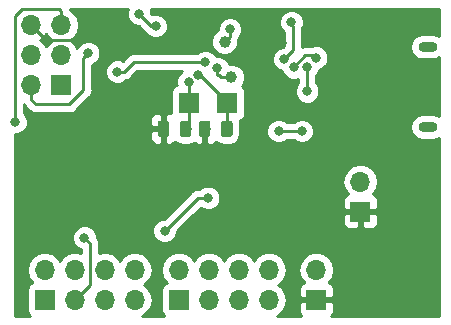
<source format=gbr>
G04 #@! TF.GenerationSoftware,KiCad,Pcbnew,5.0.0+dfsg1-2*
G04 #@! TF.CreationDate,2018-12-16T11:08:53+01:00*
G04 #@! TF.ProjectId,xmegatest,786D656761746573742E6B696361645F,rev?*
G04 #@! TF.SameCoordinates,Original*
G04 #@! TF.FileFunction,Copper,L2,Bot,Signal*
G04 #@! TF.FilePolarity,Positive*
%FSLAX46Y46*%
G04 Gerber Fmt 4.6, Leading zero omitted, Abs format (unit mm)*
G04 Created by KiCad (PCBNEW 5.0.0+dfsg1-2) date Sun Dec 16 11:08:53 2018*
%MOMM*%
%LPD*%
G01*
G04 APERTURE LIST*
G04 #@! TA.AperFunction,ComponentPad*
%ADD10O,1.600000X0.900000*%
G04 #@! TD*
G04 #@! TA.AperFunction,ComponentPad*
%ADD11O,1.700000X1.700000*%
G04 #@! TD*
G04 #@! TA.AperFunction,ComponentPad*
%ADD12R,1.700000X1.700000*%
G04 #@! TD*
G04 #@! TA.AperFunction,BGAPad,CuDef*
%ADD13C,1.000000*%
G04 #@! TD*
G04 #@! TA.AperFunction,Conductor*
%ADD14C,0.100000*%
G04 #@! TD*
G04 #@! TA.AperFunction,SMDPad,CuDef*
%ADD15C,0.975000*%
G04 #@! TD*
G04 #@! TA.AperFunction,SMDPad,CuDef*
%ADD16R,1.750000X1.800000*%
G04 #@! TD*
G04 #@! TA.AperFunction,ViaPad*
%ADD17C,0.800000*%
G04 #@! TD*
G04 #@! TA.AperFunction,Conductor*
%ADD18C,0.250000*%
G04 #@! TD*
G04 #@! TA.AperFunction,Conductor*
%ADD19C,0.254000*%
G04 #@! TD*
G04 APERTURE END LIST*
D10*
G04 #@! TO.P,J2,6*
G04 #@! TO.N,Net-(J2-Pad6)*
X191546000Y-129315000D03*
X191546000Y-136115000D03*
G04 #@! TD*
D11*
G04 #@! TO.P,J5,8*
G04 #@! TO.N,Net-(J5-Pad8)*
X166751000Y-148209000D03*
G04 #@! TO.P,J5,7*
G04 #@! TO.N,Net-(J5-Pad7)*
X166751000Y-150749000D03*
G04 #@! TO.P,J5,6*
G04 #@! TO.N,Net-(J5-Pad6)*
X164211000Y-148209000D03*
G04 #@! TO.P,J5,5*
G04 #@! TO.N,Net-(J5-Pad5)*
X164211000Y-150749000D03*
G04 #@! TO.P,J5,4*
G04 #@! TO.N,Net-(J5-Pad4)*
X161671000Y-148209000D03*
G04 #@! TO.P,J5,3*
G04 #@! TO.N,Net-(J5-Pad2)*
X161671000Y-150749000D03*
G04 #@! TO.P,J5,2*
G04 #@! TO.N,Net-(J5-Pad3)*
X159131000Y-148209000D03*
D12*
G04 #@! TO.P,J5,1*
G04 #@! TO.N,Net-(J5-Pad1)*
X159131000Y-150749000D03*
G04 #@! TD*
D13*
G04 #@! TO.P,REF\002A\002A,1*
G04 #@! TO.N,Net-(U2-Pad33)*
X174371000Y-128905000D03*
G04 #@! TD*
G04 #@! TO.P,REF\002A\002A,1*
G04 #@! TO.N,Net-(U2-Pad32)*
X174942500Y-131889500D03*
G04 #@! TD*
D12*
G04 #@! TO.P,J1,1*
G04 #@! TO.N,/PDI_DATA*
X160528000Y-132588000D03*
D11*
G04 #@! TO.P,J1,2*
G04 #@! TO.N,+3V3*
X157988000Y-132588000D03*
G04 #@! TO.P,J1,3*
G04 #@! TO.N,Net-(J1-Pad3)*
X160528000Y-130048000D03*
G04 #@! TO.P,J1,4*
G04 #@! TO.N,Net-(J1-Pad4)*
X157988000Y-130048000D03*
G04 #@! TO.P,J1,5*
G04 #@! TO.N,/RESET*
X160528000Y-127508000D03*
G04 #@! TO.P,J1,6*
G04 #@! TO.N,GND*
X157988000Y-127508000D03*
G04 #@! TD*
G04 #@! TO.P,J7,8*
G04 #@! TO.N,Net-(J7-Pad8)*
X178117500Y-148209000D03*
G04 #@! TO.P,J7,7*
G04 #@! TO.N,Net-(J7-Pad7)*
X178117500Y-150749000D03*
G04 #@! TO.P,J7,6*
G04 #@! TO.N,Net-(J7-Pad6)*
X175577500Y-148209000D03*
G04 #@! TO.P,J7,5*
G04 #@! TO.N,Net-(J7-Pad5)*
X175577500Y-150749000D03*
G04 #@! TO.P,J7,4*
G04 #@! TO.N,Net-(J7-Pad4)*
X173037500Y-148209000D03*
G04 #@! TO.P,J7,3*
G04 #@! TO.N,Net-(J7-Pad3)*
X173037500Y-150749000D03*
G04 #@! TO.P,J7,2*
G04 #@! TO.N,Net-(J7-Pad2)*
X170497500Y-148209000D03*
D12*
G04 #@! TO.P,J7,1*
G04 #@! TO.N,Net-(J7-Pad1)*
X170497500Y-150749000D03*
G04 #@! TD*
D11*
G04 #@! TO.P,JP1,2*
G04 #@! TO.N,+3V3*
X182118000Y-148209000D03*
D12*
G04 #@! TO.P,JP1,1*
G04 #@! TO.N,GND*
X182118000Y-150749000D03*
G04 #@! TD*
D14*
G04 #@! TO.N,GND*
G04 #@! TO.C,C3*
G36*
X172939142Y-135572174D02*
X172962803Y-135575684D01*
X172986007Y-135581496D01*
X173008529Y-135589554D01*
X173030153Y-135599782D01*
X173050670Y-135612079D01*
X173069883Y-135626329D01*
X173087607Y-135642393D01*
X173103671Y-135660117D01*
X173117921Y-135679330D01*
X173130218Y-135699847D01*
X173140446Y-135721471D01*
X173148504Y-135743993D01*
X173154316Y-135767197D01*
X173157826Y-135790858D01*
X173159000Y-135814750D01*
X173159000Y-136727250D01*
X173157826Y-136751142D01*
X173154316Y-136774803D01*
X173148504Y-136798007D01*
X173140446Y-136820529D01*
X173130218Y-136842153D01*
X173117921Y-136862670D01*
X173103671Y-136881883D01*
X173087607Y-136899607D01*
X173069883Y-136915671D01*
X173050670Y-136929921D01*
X173030153Y-136942218D01*
X173008529Y-136952446D01*
X172986007Y-136960504D01*
X172962803Y-136966316D01*
X172939142Y-136969826D01*
X172915250Y-136971000D01*
X172427750Y-136971000D01*
X172403858Y-136969826D01*
X172380197Y-136966316D01*
X172356993Y-136960504D01*
X172334471Y-136952446D01*
X172312847Y-136942218D01*
X172292330Y-136929921D01*
X172273117Y-136915671D01*
X172255393Y-136899607D01*
X172239329Y-136881883D01*
X172225079Y-136862670D01*
X172212782Y-136842153D01*
X172202554Y-136820529D01*
X172194496Y-136798007D01*
X172188684Y-136774803D01*
X172185174Y-136751142D01*
X172184000Y-136727250D01*
X172184000Y-135814750D01*
X172185174Y-135790858D01*
X172188684Y-135767197D01*
X172194496Y-135743993D01*
X172202554Y-135721471D01*
X172212782Y-135699847D01*
X172225079Y-135679330D01*
X172239329Y-135660117D01*
X172255393Y-135642393D01*
X172273117Y-135626329D01*
X172292330Y-135612079D01*
X172312847Y-135599782D01*
X172334471Y-135589554D01*
X172356993Y-135581496D01*
X172380197Y-135575684D01*
X172403858Y-135572174D01*
X172427750Y-135571000D01*
X172915250Y-135571000D01*
X172939142Y-135572174D01*
X172939142Y-135572174D01*
G37*
D15*
G04 #@! TD*
G04 #@! TO.P,C3,2*
G04 #@! TO.N,GND*
X172671500Y-136271000D03*
D14*
G04 #@! TO.N,/XTAL2*
G04 #@! TO.C,C3*
G36*
X174814142Y-135572174D02*
X174837803Y-135575684D01*
X174861007Y-135581496D01*
X174883529Y-135589554D01*
X174905153Y-135599782D01*
X174925670Y-135612079D01*
X174944883Y-135626329D01*
X174962607Y-135642393D01*
X174978671Y-135660117D01*
X174992921Y-135679330D01*
X175005218Y-135699847D01*
X175015446Y-135721471D01*
X175023504Y-135743993D01*
X175029316Y-135767197D01*
X175032826Y-135790858D01*
X175034000Y-135814750D01*
X175034000Y-136727250D01*
X175032826Y-136751142D01*
X175029316Y-136774803D01*
X175023504Y-136798007D01*
X175015446Y-136820529D01*
X175005218Y-136842153D01*
X174992921Y-136862670D01*
X174978671Y-136881883D01*
X174962607Y-136899607D01*
X174944883Y-136915671D01*
X174925670Y-136929921D01*
X174905153Y-136942218D01*
X174883529Y-136952446D01*
X174861007Y-136960504D01*
X174837803Y-136966316D01*
X174814142Y-136969826D01*
X174790250Y-136971000D01*
X174302750Y-136971000D01*
X174278858Y-136969826D01*
X174255197Y-136966316D01*
X174231993Y-136960504D01*
X174209471Y-136952446D01*
X174187847Y-136942218D01*
X174167330Y-136929921D01*
X174148117Y-136915671D01*
X174130393Y-136899607D01*
X174114329Y-136881883D01*
X174100079Y-136862670D01*
X174087782Y-136842153D01*
X174077554Y-136820529D01*
X174069496Y-136798007D01*
X174063684Y-136774803D01*
X174060174Y-136751142D01*
X174059000Y-136727250D01*
X174059000Y-135814750D01*
X174060174Y-135790858D01*
X174063684Y-135767197D01*
X174069496Y-135743993D01*
X174077554Y-135721471D01*
X174087782Y-135699847D01*
X174100079Y-135679330D01*
X174114329Y-135660117D01*
X174130393Y-135642393D01*
X174148117Y-135626329D01*
X174167330Y-135612079D01*
X174187847Y-135599782D01*
X174209471Y-135589554D01*
X174231993Y-135581496D01*
X174255197Y-135575684D01*
X174278858Y-135572174D01*
X174302750Y-135571000D01*
X174790250Y-135571000D01*
X174814142Y-135572174D01*
X174814142Y-135572174D01*
G37*
D15*
G04 #@! TD*
G04 #@! TO.P,C3,1*
G04 #@! TO.N,/XTAL2*
X174546500Y-136271000D03*
D14*
G04 #@! TO.N,/XTAL1*
G04 #@! TO.C,C1*
G36*
X171321642Y-135572174D02*
X171345303Y-135575684D01*
X171368507Y-135581496D01*
X171391029Y-135589554D01*
X171412653Y-135599782D01*
X171433170Y-135612079D01*
X171452383Y-135626329D01*
X171470107Y-135642393D01*
X171486171Y-135660117D01*
X171500421Y-135679330D01*
X171512718Y-135699847D01*
X171522946Y-135721471D01*
X171531004Y-135743993D01*
X171536816Y-135767197D01*
X171540326Y-135790858D01*
X171541500Y-135814750D01*
X171541500Y-136727250D01*
X171540326Y-136751142D01*
X171536816Y-136774803D01*
X171531004Y-136798007D01*
X171522946Y-136820529D01*
X171512718Y-136842153D01*
X171500421Y-136862670D01*
X171486171Y-136881883D01*
X171470107Y-136899607D01*
X171452383Y-136915671D01*
X171433170Y-136929921D01*
X171412653Y-136942218D01*
X171391029Y-136952446D01*
X171368507Y-136960504D01*
X171345303Y-136966316D01*
X171321642Y-136969826D01*
X171297750Y-136971000D01*
X170810250Y-136971000D01*
X170786358Y-136969826D01*
X170762697Y-136966316D01*
X170739493Y-136960504D01*
X170716971Y-136952446D01*
X170695347Y-136942218D01*
X170674830Y-136929921D01*
X170655617Y-136915671D01*
X170637893Y-136899607D01*
X170621829Y-136881883D01*
X170607579Y-136862670D01*
X170595282Y-136842153D01*
X170585054Y-136820529D01*
X170576996Y-136798007D01*
X170571184Y-136774803D01*
X170567674Y-136751142D01*
X170566500Y-136727250D01*
X170566500Y-135814750D01*
X170567674Y-135790858D01*
X170571184Y-135767197D01*
X170576996Y-135743993D01*
X170585054Y-135721471D01*
X170595282Y-135699847D01*
X170607579Y-135679330D01*
X170621829Y-135660117D01*
X170637893Y-135642393D01*
X170655617Y-135626329D01*
X170674830Y-135612079D01*
X170695347Y-135599782D01*
X170716971Y-135589554D01*
X170739493Y-135581496D01*
X170762697Y-135575684D01*
X170786358Y-135572174D01*
X170810250Y-135571000D01*
X171297750Y-135571000D01*
X171321642Y-135572174D01*
X171321642Y-135572174D01*
G37*
D15*
G04 #@! TD*
G04 #@! TO.P,C1,1*
G04 #@! TO.N,/XTAL1*
X171054000Y-136271000D03*
D14*
G04 #@! TO.N,GND*
G04 #@! TO.C,C1*
G36*
X169446642Y-135572174D02*
X169470303Y-135575684D01*
X169493507Y-135581496D01*
X169516029Y-135589554D01*
X169537653Y-135599782D01*
X169558170Y-135612079D01*
X169577383Y-135626329D01*
X169595107Y-135642393D01*
X169611171Y-135660117D01*
X169625421Y-135679330D01*
X169637718Y-135699847D01*
X169647946Y-135721471D01*
X169656004Y-135743993D01*
X169661816Y-135767197D01*
X169665326Y-135790858D01*
X169666500Y-135814750D01*
X169666500Y-136727250D01*
X169665326Y-136751142D01*
X169661816Y-136774803D01*
X169656004Y-136798007D01*
X169647946Y-136820529D01*
X169637718Y-136842153D01*
X169625421Y-136862670D01*
X169611171Y-136881883D01*
X169595107Y-136899607D01*
X169577383Y-136915671D01*
X169558170Y-136929921D01*
X169537653Y-136942218D01*
X169516029Y-136952446D01*
X169493507Y-136960504D01*
X169470303Y-136966316D01*
X169446642Y-136969826D01*
X169422750Y-136971000D01*
X168935250Y-136971000D01*
X168911358Y-136969826D01*
X168887697Y-136966316D01*
X168864493Y-136960504D01*
X168841971Y-136952446D01*
X168820347Y-136942218D01*
X168799830Y-136929921D01*
X168780617Y-136915671D01*
X168762893Y-136899607D01*
X168746829Y-136881883D01*
X168732579Y-136862670D01*
X168720282Y-136842153D01*
X168710054Y-136820529D01*
X168701996Y-136798007D01*
X168696184Y-136774803D01*
X168692674Y-136751142D01*
X168691500Y-136727250D01*
X168691500Y-135814750D01*
X168692674Y-135790858D01*
X168696184Y-135767197D01*
X168701996Y-135743993D01*
X168710054Y-135721471D01*
X168720282Y-135699847D01*
X168732579Y-135679330D01*
X168746829Y-135660117D01*
X168762893Y-135642393D01*
X168780617Y-135626329D01*
X168799830Y-135612079D01*
X168820347Y-135599782D01*
X168841971Y-135589554D01*
X168864493Y-135581496D01*
X168887697Y-135575684D01*
X168911358Y-135572174D01*
X168935250Y-135571000D01*
X169422750Y-135571000D01*
X169446642Y-135572174D01*
X169446642Y-135572174D01*
G37*
D15*
G04 #@! TD*
G04 #@! TO.P,C1,2*
G04 #@! TO.N,GND*
X169179000Y-136271000D03*
D16*
G04 #@! TO.P,Y1,1*
G04 #@! TO.N,/XTAL1*
X171340879Y-134049970D03*
G04 #@! TO.P,Y1,2*
G04 #@! TO.N,/XTAL2*
X174590879Y-134049970D03*
G04 #@! TD*
D11*
G04 #@! TO.P,REF\002A\002A,2*
G04 #@! TO.N,+5V*
X185845300Y-140738151D03*
D12*
G04 #@! TO.P,REF\002A\002A,1*
G04 #@! TO.N,GND*
X185845300Y-143278151D03*
G04 #@! TD*
D17*
G04 #@! TO.N,GND*
X186055000Y-130556000D03*
X166751000Y-141224000D03*
X179451000Y-143700500D03*
X188404500Y-143573500D03*
X161798000Y-139827000D03*
X169354500Y-128905000D03*
X179260500Y-128968500D03*
X191833500Y-126873000D03*
X183642000Y-133350000D03*
X191643000Y-138112500D03*
X188150500Y-151130000D03*
G04 #@! TO.N,+3V3*
X181356000Y-131000500D03*
X162814000Y-129857500D03*
X178943000Y-136461500D03*
X180911500Y-136461500D03*
X169291000Y-144907000D03*
X172974000Y-142113000D03*
X181356000Y-133096000D03*
G04 #@! TO.N,/RESET*
X156654500Y-135699500D03*
X168529000Y-127571500D03*
X167132000Y-126555500D03*
G04 #@! TO.N,Net-(U2-Pad28)*
X182118000Y-130238500D03*
X180213000Y-131064000D03*
G04 #@! TO.N,Net-(U2-Pad29)*
X180022500Y-127254000D03*
X179387500Y-130365500D03*
G04 #@! TO.N,Net-(U2-Pad32)*
X173736000Y-131127500D03*
G04 #@! TO.N,Net-(U2-Pad33)*
X174815500Y-127825500D03*
G04 #@! TO.N,/PDI_DATA*
X172720000Y-130619500D03*
X165290500Y-131430648D03*
G04 #@! TO.N,/XTAL2*
X172131738Y-131682327D03*
G04 #@! TO.N,/XTAL1*
X171323000Y-132270500D03*
G04 #@! TO.N,Net-(J5-Pad2)*
X162496500Y-145478500D03*
G04 #@! TD*
D18*
G04 #@! TO.N,GND*
X159352999Y-128778000D02*
X162846001Y-128778000D01*
X157893001Y-127413001D02*
X159258000Y-128778000D01*
G04 #@! TO.N,+3V3*
X158373419Y-134175500D02*
X157988000Y-133790081D01*
X161225502Y-134175500D02*
X158373419Y-134175500D01*
X157988000Y-133790081D02*
X157988000Y-132588000D01*
X162414001Y-132987001D02*
X161225502Y-134175500D01*
X162414001Y-130257499D02*
X162414001Y-132987001D01*
X162814000Y-129857500D02*
X162414001Y-130257499D01*
X178943000Y-136461500D02*
X180911500Y-136461500D01*
X169291000Y-144907000D02*
X172085000Y-142113000D01*
X172085000Y-142113000D02*
X172974000Y-142113000D01*
X181356000Y-133159500D02*
X181356000Y-130937000D01*
G04 #@! TO.N,/RESET*
X160528000Y-126305919D02*
X160528000Y-127508000D01*
X157226000Y-126111000D02*
X160333081Y-126111000D01*
X160333081Y-126111000D02*
X160528000Y-126305919D01*
X156654500Y-135699500D02*
X156654500Y-135382000D01*
X156591000Y-135318500D02*
X156591000Y-126746000D01*
X156654500Y-135382000D02*
X156591000Y-135318500D01*
X156591000Y-126746000D02*
X157226000Y-126111000D01*
X168529000Y-127571500D02*
X168148000Y-127571500D01*
X168148000Y-127571500D02*
X167317847Y-126741347D01*
G04 #@! TO.N,Net-(U2-Pad28)*
X180213000Y-131006998D02*
X180213000Y-131064000D01*
X181190997Y-130029001D02*
X180213000Y-131006998D01*
X182308500Y-130429000D02*
X181908501Y-130029001D01*
X181908501Y-130029001D02*
X181190997Y-130029001D01*
G04 #@! TO.N,Net-(U2-Pad29)*
X180168499Y-129584501D02*
X179387500Y-130365500D01*
X179768500Y-127127000D02*
X180168499Y-127526999D01*
X180168499Y-127526999D02*
X180168499Y-129584501D01*
G04 #@! TO.N,Net-(U2-Pad32)*
X173736000Y-131127500D02*
X173736000Y-131693185D01*
X174059315Y-131889500D02*
X174942500Y-131889500D01*
X173863000Y-131693185D02*
X174059315Y-131889500D01*
X173736000Y-131693185D02*
X173863000Y-131693185D01*
G04 #@! TO.N,Net-(U2-Pad33)*
X174815500Y-128460500D02*
X174371000Y-128905000D01*
X174815500Y-127825500D02*
X174815500Y-128460500D01*
G04 #@! TO.N,/PDI_DATA*
X172154315Y-130619500D02*
X172720000Y-130619500D01*
X166667333Y-130619500D02*
X172154315Y-130619500D01*
X165856185Y-131430648D02*
X166667333Y-130619500D01*
X165290500Y-131430648D02*
X165856185Y-131430648D01*
G04 #@! TO.N,/XTAL2*
X174590879Y-136226621D02*
X174546500Y-136271000D01*
X174590879Y-134049970D02*
X174590879Y-136226621D01*
X172248236Y-131682327D02*
X172131738Y-131682327D01*
X174590879Y-134024970D02*
X172248236Y-131682327D01*
X174590879Y-134049970D02*
X174590879Y-134024970D01*
G04 #@! TO.N,/XTAL1*
X171340879Y-135984121D02*
X171054000Y-136271000D01*
X171340879Y-134049970D02*
X171340879Y-135984121D01*
X171340879Y-132288379D02*
X171323000Y-132270500D01*
X171340879Y-134049970D02*
X171340879Y-132288379D01*
G04 #@! TO.N,Net-(J5-Pad2)*
X162496500Y-145478500D02*
X162941000Y-145923000D01*
X162941000Y-149479000D02*
X161671000Y-150749000D01*
X162941000Y-145923000D02*
X162941000Y-149479000D01*
G04 #@! TD*
D19*
G04 #@! TO.N,GND*
G36*
X166097000Y-126349626D02*
X166097000Y-126761374D01*
X166254569Y-127141780D01*
X166545720Y-127432931D01*
X166926126Y-127590500D01*
X167092199Y-127590500D01*
X167557671Y-128055973D01*
X167600071Y-128119429D01*
X167649312Y-128152331D01*
X167651569Y-128157780D01*
X167942720Y-128448931D01*
X168323126Y-128606500D01*
X168734874Y-128606500D01*
X169115280Y-128448931D01*
X169406431Y-128157780D01*
X169564000Y-127777374D01*
X169564000Y-127365626D01*
X169406431Y-126985220D01*
X169115280Y-126694069D01*
X168734874Y-126536500D01*
X168323126Y-126536500D01*
X168227437Y-126576136D01*
X168167000Y-126515699D01*
X168167000Y-126349626D01*
X168088869Y-126161000D01*
X192482000Y-126161000D01*
X192482000Y-128401635D01*
X192319346Y-128292953D01*
X192002861Y-128230000D01*
X191089139Y-128230000D01*
X190772654Y-128292953D01*
X190413759Y-128532759D01*
X190173953Y-128891654D01*
X190089744Y-129315000D01*
X190173953Y-129738346D01*
X190413759Y-130097241D01*
X190772654Y-130337047D01*
X191089139Y-130400000D01*
X192002861Y-130400000D01*
X192319346Y-130337047D01*
X192482000Y-130228365D01*
X192482000Y-135201635D01*
X192319346Y-135092953D01*
X192002861Y-135030000D01*
X191089139Y-135030000D01*
X190772654Y-135092953D01*
X190413759Y-135332759D01*
X190173953Y-135691654D01*
X190089744Y-136115000D01*
X190173953Y-136538346D01*
X190413759Y-136897241D01*
X190772654Y-137137047D01*
X191089139Y-137200000D01*
X192002861Y-137200000D01*
X192319346Y-137137047D01*
X192482000Y-137028365D01*
X192482001Y-152096000D01*
X183369025Y-152096000D01*
X183506327Y-151958699D01*
X183603000Y-151725310D01*
X183603000Y-151034750D01*
X183444250Y-150876000D01*
X182245000Y-150876000D01*
X182245000Y-150896000D01*
X181991000Y-150896000D01*
X181991000Y-150876000D01*
X180791750Y-150876000D01*
X180633000Y-151034750D01*
X180633000Y-151725310D01*
X180729673Y-151958699D01*
X180866975Y-152096000D01*
X178774501Y-152096000D01*
X179188125Y-151819625D01*
X179516339Y-151328418D01*
X179631592Y-150749000D01*
X179516339Y-150169582D01*
X179188125Y-149678375D01*
X178889739Y-149479000D01*
X179188125Y-149279625D01*
X179516339Y-148788418D01*
X179631592Y-148209000D01*
X180603908Y-148209000D01*
X180719161Y-148788418D01*
X181047375Y-149279625D01*
X181069033Y-149294096D01*
X180908302Y-149360673D01*
X180729673Y-149539301D01*
X180633000Y-149772690D01*
X180633000Y-150463250D01*
X180791750Y-150622000D01*
X181991000Y-150622000D01*
X181991000Y-150602000D01*
X182245000Y-150602000D01*
X182245000Y-150622000D01*
X183444250Y-150622000D01*
X183603000Y-150463250D01*
X183603000Y-149772690D01*
X183506327Y-149539301D01*
X183327698Y-149360673D01*
X183166967Y-149294096D01*
X183188625Y-149279625D01*
X183516839Y-148788418D01*
X183632092Y-148209000D01*
X183516839Y-147629582D01*
X183188625Y-147138375D01*
X182697418Y-146810161D01*
X182264256Y-146724000D01*
X181971744Y-146724000D01*
X181538582Y-146810161D01*
X181047375Y-147138375D01*
X180719161Y-147629582D01*
X180603908Y-148209000D01*
X179631592Y-148209000D01*
X179516339Y-147629582D01*
X179188125Y-147138375D01*
X178696918Y-146810161D01*
X178263756Y-146724000D01*
X177971244Y-146724000D01*
X177538082Y-146810161D01*
X177046875Y-147138375D01*
X176847500Y-147436761D01*
X176648125Y-147138375D01*
X176156918Y-146810161D01*
X175723756Y-146724000D01*
X175431244Y-146724000D01*
X174998082Y-146810161D01*
X174506875Y-147138375D01*
X174307500Y-147436761D01*
X174108125Y-147138375D01*
X173616918Y-146810161D01*
X173183756Y-146724000D01*
X172891244Y-146724000D01*
X172458082Y-146810161D01*
X171966875Y-147138375D01*
X171767500Y-147436761D01*
X171568125Y-147138375D01*
X171076918Y-146810161D01*
X170643756Y-146724000D01*
X170351244Y-146724000D01*
X169918082Y-146810161D01*
X169426875Y-147138375D01*
X169098661Y-147629582D01*
X168983408Y-148209000D01*
X169098661Y-148788418D01*
X169426875Y-149279625D01*
X169445119Y-149291816D01*
X169399735Y-149300843D01*
X169189691Y-149441191D01*
X169049343Y-149651235D01*
X169000060Y-149899000D01*
X169000060Y-151599000D01*
X169049343Y-151846765D01*
X169189691Y-152056809D01*
X169248344Y-152096000D01*
X167408001Y-152096000D01*
X167821625Y-151819625D01*
X168149839Y-151328418D01*
X168265092Y-150749000D01*
X168149839Y-150169582D01*
X167821625Y-149678375D01*
X167523239Y-149479000D01*
X167821625Y-149279625D01*
X168149839Y-148788418D01*
X168265092Y-148209000D01*
X168149839Y-147629582D01*
X167821625Y-147138375D01*
X167330418Y-146810161D01*
X166897256Y-146724000D01*
X166604744Y-146724000D01*
X166171582Y-146810161D01*
X165680375Y-147138375D01*
X165481000Y-147436761D01*
X165281625Y-147138375D01*
X164790418Y-146810161D01*
X164357256Y-146724000D01*
X164064744Y-146724000D01*
X163701000Y-146796353D01*
X163701000Y-145997847D01*
X163715888Y-145923000D01*
X163701000Y-145848153D01*
X163701000Y-145848148D01*
X163656904Y-145626463D01*
X163531500Y-145438783D01*
X163531500Y-145272626D01*
X163373931Y-144892220D01*
X163182837Y-144701126D01*
X168256000Y-144701126D01*
X168256000Y-145112874D01*
X168413569Y-145493280D01*
X168704720Y-145784431D01*
X169085126Y-145942000D01*
X169496874Y-145942000D01*
X169877280Y-145784431D01*
X170168431Y-145493280D01*
X170326000Y-145112874D01*
X170326000Y-144946801D01*
X171708900Y-143563901D01*
X184360300Y-143563901D01*
X184360300Y-144254461D01*
X184456973Y-144487850D01*
X184635602Y-144666478D01*
X184868991Y-144763151D01*
X185559550Y-144763151D01*
X185718300Y-144604401D01*
X185718300Y-143405151D01*
X185972300Y-143405151D01*
X185972300Y-144604401D01*
X186131050Y-144763151D01*
X186821609Y-144763151D01*
X187054998Y-144666478D01*
X187233627Y-144487850D01*
X187330300Y-144254461D01*
X187330300Y-143563901D01*
X187171550Y-143405151D01*
X185972300Y-143405151D01*
X185718300Y-143405151D01*
X184519050Y-143405151D01*
X184360300Y-143563901D01*
X171708900Y-143563901D01*
X172335045Y-142937756D01*
X172387720Y-142990431D01*
X172768126Y-143148000D01*
X173179874Y-143148000D01*
X173560280Y-142990431D01*
X173851431Y-142699280D01*
X174009000Y-142318874D01*
X174009000Y-141907126D01*
X173851431Y-141526720D01*
X173560280Y-141235569D01*
X173179874Y-141078000D01*
X172768126Y-141078000D01*
X172387720Y-141235569D01*
X172270289Y-141353000D01*
X172159848Y-141353000D01*
X172085000Y-141338112D01*
X172010152Y-141353000D01*
X172010148Y-141353000D01*
X171836605Y-141387520D01*
X171788462Y-141397096D01*
X171601418Y-141522076D01*
X171537071Y-141565071D01*
X171494671Y-141628527D01*
X169251199Y-143872000D01*
X169085126Y-143872000D01*
X168704720Y-144029569D01*
X168413569Y-144320720D01*
X168256000Y-144701126D01*
X163182837Y-144701126D01*
X163082780Y-144601069D01*
X162702374Y-144443500D01*
X162290626Y-144443500D01*
X161910220Y-144601069D01*
X161619069Y-144892220D01*
X161461500Y-145272626D01*
X161461500Y-145684374D01*
X161619069Y-146064780D01*
X161910220Y-146355931D01*
X162181000Y-146468092D01*
X162181000Y-146796353D01*
X161817256Y-146724000D01*
X161524744Y-146724000D01*
X161091582Y-146810161D01*
X160600375Y-147138375D01*
X160401000Y-147436761D01*
X160201625Y-147138375D01*
X159710418Y-146810161D01*
X159277256Y-146724000D01*
X158984744Y-146724000D01*
X158551582Y-146810161D01*
X158060375Y-147138375D01*
X157732161Y-147629582D01*
X157616908Y-148209000D01*
X157732161Y-148788418D01*
X158060375Y-149279625D01*
X158078619Y-149291816D01*
X158033235Y-149300843D01*
X157823191Y-149441191D01*
X157682843Y-149651235D01*
X157633560Y-149899000D01*
X157633560Y-151599000D01*
X157682843Y-151846765D01*
X157823191Y-152056809D01*
X157881844Y-152096000D01*
X156641000Y-152096000D01*
X156641000Y-140738151D01*
X184331208Y-140738151D01*
X184446461Y-141317569D01*
X184774675Y-141808776D01*
X184796333Y-141823247D01*
X184635602Y-141889824D01*
X184456973Y-142068452D01*
X184360300Y-142301841D01*
X184360300Y-142992401D01*
X184519050Y-143151151D01*
X185718300Y-143151151D01*
X185718300Y-143131151D01*
X185972300Y-143131151D01*
X185972300Y-143151151D01*
X187171550Y-143151151D01*
X187330300Y-142992401D01*
X187330300Y-142301841D01*
X187233627Y-142068452D01*
X187054998Y-141889824D01*
X186894267Y-141823247D01*
X186915925Y-141808776D01*
X187244139Y-141317569D01*
X187359392Y-140738151D01*
X187244139Y-140158733D01*
X186915925Y-139667526D01*
X186424718Y-139339312D01*
X185991556Y-139253151D01*
X185699044Y-139253151D01*
X185265882Y-139339312D01*
X184774675Y-139667526D01*
X184446461Y-140158733D01*
X184331208Y-140738151D01*
X156641000Y-140738151D01*
X156641000Y-136734500D01*
X156860374Y-136734500D01*
X157240780Y-136576931D01*
X157260961Y-136556750D01*
X168056500Y-136556750D01*
X168056500Y-137097310D01*
X168153173Y-137330699D01*
X168331802Y-137509327D01*
X168565191Y-137606000D01*
X168893250Y-137606000D01*
X169052000Y-137447250D01*
X169052000Y-136398000D01*
X168215250Y-136398000D01*
X168056500Y-136556750D01*
X157260961Y-136556750D01*
X157531931Y-136285780D01*
X157689500Y-135905374D01*
X157689500Y-135493626D01*
X157669231Y-135444690D01*
X168056500Y-135444690D01*
X168056500Y-135985250D01*
X168215250Y-136144000D01*
X169052000Y-136144000D01*
X169052000Y-135094750D01*
X168893250Y-134936000D01*
X168565191Y-134936000D01*
X168331802Y-135032673D01*
X168153173Y-135211301D01*
X168056500Y-135444690D01*
X157669231Y-135444690D01*
X157531931Y-135113220D01*
X157351000Y-134932289D01*
X157351000Y-134204705D01*
X157440071Y-134338010D01*
X157503530Y-134380412D01*
X157783088Y-134659970D01*
X157825490Y-134723429D01*
X157939874Y-134799858D01*
X158076881Y-134891404D01*
X158107669Y-134897528D01*
X158298567Y-134935500D01*
X158298571Y-134935500D01*
X158373419Y-134950388D01*
X158448267Y-134935500D01*
X161150655Y-134935500D01*
X161225502Y-134950388D01*
X161300349Y-134935500D01*
X161300354Y-134935500D01*
X161522039Y-134891404D01*
X161773431Y-134723429D01*
X161815833Y-134659970D01*
X162898477Y-133577328D01*
X162961930Y-133534930D01*
X163004328Y-133471477D01*
X163004330Y-133471475D01*
X163129904Y-133283539D01*
X163129905Y-133283538D01*
X163174001Y-133061853D01*
X163174001Y-133061849D01*
X163188889Y-132987002D01*
X163174001Y-132912155D01*
X163174001Y-131224774D01*
X164255500Y-131224774D01*
X164255500Y-131636522D01*
X164413069Y-132016928D01*
X164704220Y-132308079D01*
X165084626Y-132465648D01*
X165496374Y-132465648D01*
X165876780Y-132308079D01*
X166009897Y-132174962D01*
X166152722Y-132146552D01*
X166404114Y-131978577D01*
X166446516Y-131915118D01*
X166982135Y-131379500D01*
X170769479Y-131379500D01*
X170736720Y-131393069D01*
X170445569Y-131684220D01*
X170288000Y-132064626D01*
X170288000Y-132476374D01*
X170311550Y-132533228D01*
X170218114Y-132551813D01*
X170008070Y-132692161D01*
X169867722Y-132902205D01*
X169818439Y-133149970D01*
X169818439Y-134946616D01*
X169792809Y-134936000D01*
X169464750Y-134936000D01*
X169306000Y-135094750D01*
X169306000Y-136144000D01*
X169326000Y-136144000D01*
X169326000Y-136398000D01*
X169306000Y-136398000D01*
X169306000Y-137447250D01*
X169464750Y-137606000D01*
X169792809Y-137606000D01*
X170026198Y-137509327D01*
X170179293Y-137356233D01*
X170180084Y-137357416D01*
X170469206Y-137550602D01*
X170810250Y-137618440D01*
X171297750Y-137618440D01*
X171638794Y-137550602D01*
X171774740Y-137459765D01*
X171824302Y-137509327D01*
X172057691Y-137606000D01*
X172385750Y-137606000D01*
X172544500Y-137447250D01*
X172544500Y-136398000D01*
X172524500Y-136398000D01*
X172524500Y-136144000D01*
X172544500Y-136144000D01*
X172544500Y-136124000D01*
X172798500Y-136124000D01*
X172798500Y-136144000D01*
X172818500Y-136144000D01*
X172818500Y-136398000D01*
X172798500Y-136398000D01*
X172798500Y-137447250D01*
X172957250Y-137606000D01*
X173285309Y-137606000D01*
X173518698Y-137509327D01*
X173671793Y-137356233D01*
X173672584Y-137357416D01*
X173961706Y-137550602D01*
X174302750Y-137618440D01*
X174790250Y-137618440D01*
X175131294Y-137550602D01*
X175420416Y-137357416D01*
X175613602Y-137068294D01*
X175681440Y-136727250D01*
X175681440Y-136255626D01*
X177908000Y-136255626D01*
X177908000Y-136667374D01*
X178065569Y-137047780D01*
X178356720Y-137338931D01*
X178737126Y-137496500D01*
X179148874Y-137496500D01*
X179529280Y-137338931D01*
X179646711Y-137221500D01*
X180207789Y-137221500D01*
X180325220Y-137338931D01*
X180705626Y-137496500D01*
X181117374Y-137496500D01*
X181497780Y-137338931D01*
X181788931Y-137047780D01*
X181946500Y-136667374D01*
X181946500Y-136255626D01*
X181788931Y-135875220D01*
X181497780Y-135584069D01*
X181117374Y-135426500D01*
X180705626Y-135426500D01*
X180325220Y-135584069D01*
X180207789Y-135701500D01*
X179646711Y-135701500D01*
X179529280Y-135584069D01*
X179148874Y-135426500D01*
X178737126Y-135426500D01*
X178356720Y-135584069D01*
X178065569Y-135875220D01*
X177908000Y-136255626D01*
X175681440Y-136255626D01*
X175681440Y-135814750D01*
X175631649Y-135564437D01*
X175713644Y-135548127D01*
X175923688Y-135407779D01*
X176064036Y-135197735D01*
X176113319Y-134949970D01*
X176113319Y-133149970D01*
X176064036Y-132902205D01*
X175923688Y-132692161D01*
X175816556Y-132620577D01*
X175904707Y-132532426D01*
X176077500Y-132115266D01*
X176077500Y-131663734D01*
X175904707Y-131246574D01*
X175585426Y-130927293D01*
X175168266Y-130754500D01*
X174716734Y-130754500D01*
X174703965Y-130759789D01*
X174613431Y-130541220D01*
X174322280Y-130250069D01*
X174103931Y-130159626D01*
X178352500Y-130159626D01*
X178352500Y-130571374D01*
X178510069Y-130951780D01*
X178801220Y-131242931D01*
X179181626Y-131400500D01*
X179232107Y-131400500D01*
X179335569Y-131650280D01*
X179626720Y-131941431D01*
X180007126Y-132099000D01*
X180418874Y-132099000D01*
X180596001Y-132025632D01*
X180596000Y-132392289D01*
X180478569Y-132509720D01*
X180321000Y-132890126D01*
X180321000Y-133301874D01*
X180478569Y-133682280D01*
X180769720Y-133973431D01*
X181150126Y-134131000D01*
X181561874Y-134131000D01*
X181942280Y-133973431D01*
X182233431Y-133682280D01*
X182391000Y-133301874D01*
X182391000Y-132890126D01*
X182233431Y-132509720D01*
X182116000Y-132392289D01*
X182116000Y-131704211D01*
X182233431Y-131586780D01*
X182371339Y-131253839D01*
X182704280Y-131115931D01*
X182816809Y-131003402D01*
X182856429Y-130976929D01*
X182882902Y-130937309D01*
X182995431Y-130824780D01*
X183153000Y-130444374D01*
X183153000Y-130032626D01*
X182995431Y-129652220D01*
X182704280Y-129361069D01*
X182323874Y-129203500D01*
X181912126Y-129203500D01*
X181753992Y-129269001D01*
X181265845Y-129269001D01*
X181190997Y-129254113D01*
X181116149Y-129269001D01*
X181116145Y-129269001D01*
X180928499Y-129306326D01*
X180928499Y-127771311D01*
X181057500Y-127459874D01*
X181057500Y-127048126D01*
X180899931Y-126667720D01*
X180608780Y-126376569D01*
X180228374Y-126219000D01*
X179816626Y-126219000D01*
X179436220Y-126376569D01*
X179260191Y-126552598D01*
X179220571Y-126579071D01*
X179194098Y-126618691D01*
X179145069Y-126667720D01*
X179118534Y-126731780D01*
X179052597Y-126830463D01*
X179029443Y-126946867D01*
X178987500Y-127048126D01*
X178987500Y-127459874D01*
X179145069Y-127840280D01*
X179408499Y-128103710D01*
X179408500Y-129269698D01*
X179347698Y-129330500D01*
X179181626Y-129330500D01*
X178801220Y-129488069D01*
X178510069Y-129779220D01*
X178352500Y-130159626D01*
X174103931Y-130159626D01*
X173941874Y-130092500D01*
X173621986Y-130092500D01*
X173597431Y-130033220D01*
X173306280Y-129742069D01*
X172925874Y-129584500D01*
X172514126Y-129584500D01*
X172133720Y-129742069D01*
X172016289Y-129859500D01*
X166742181Y-129859500D01*
X166667333Y-129844612D01*
X166592485Y-129859500D01*
X166592481Y-129859500D01*
X166370796Y-129903596D01*
X166119404Y-130071571D01*
X166077004Y-130135027D01*
X165722655Y-130489376D01*
X165496374Y-130395648D01*
X165084626Y-130395648D01*
X164704220Y-130553217D01*
X164413069Y-130844368D01*
X164255500Y-131224774D01*
X163174001Y-131224774D01*
X163174001Y-130828659D01*
X163400280Y-130734931D01*
X163691431Y-130443780D01*
X163849000Y-130063374D01*
X163849000Y-129651626D01*
X163691431Y-129271220D01*
X163400280Y-128980069D01*
X163019874Y-128822500D01*
X162608126Y-128822500D01*
X162227720Y-128980069D01*
X161936569Y-129271220D01*
X161882380Y-129402044D01*
X161598625Y-128977375D01*
X161300239Y-128778000D01*
X161448052Y-128679234D01*
X173236000Y-128679234D01*
X173236000Y-129130766D01*
X173408793Y-129547926D01*
X173728074Y-129867207D01*
X174145234Y-130040000D01*
X174596766Y-130040000D01*
X175013926Y-129867207D01*
X175333207Y-129547926D01*
X175506000Y-129130766D01*
X175506000Y-128795057D01*
X175531404Y-128757037D01*
X175575500Y-128535352D01*
X175575500Y-128535347D01*
X175577024Y-128527687D01*
X175692931Y-128411780D01*
X175850500Y-128031374D01*
X175850500Y-127619626D01*
X175692931Y-127239220D01*
X175401780Y-126948069D01*
X175021374Y-126790500D01*
X174609626Y-126790500D01*
X174229220Y-126948069D01*
X173938069Y-127239220D01*
X173780500Y-127619626D01*
X173780500Y-127921077D01*
X173728074Y-127942793D01*
X173408793Y-128262074D01*
X173236000Y-128679234D01*
X161448052Y-128679234D01*
X161598625Y-128578625D01*
X161926839Y-128087418D01*
X162042092Y-127508000D01*
X161926839Y-126928582D01*
X161598625Y-126437375D01*
X161287714Y-126229631D01*
X161274063Y-126161000D01*
X166175131Y-126161000D01*
X166097000Y-126349626D01*
X166097000Y-126349626D01*
G37*
X166097000Y-126349626D02*
X166097000Y-126761374D01*
X166254569Y-127141780D01*
X166545720Y-127432931D01*
X166926126Y-127590500D01*
X167092199Y-127590500D01*
X167557671Y-128055973D01*
X167600071Y-128119429D01*
X167649312Y-128152331D01*
X167651569Y-128157780D01*
X167942720Y-128448931D01*
X168323126Y-128606500D01*
X168734874Y-128606500D01*
X169115280Y-128448931D01*
X169406431Y-128157780D01*
X169564000Y-127777374D01*
X169564000Y-127365626D01*
X169406431Y-126985220D01*
X169115280Y-126694069D01*
X168734874Y-126536500D01*
X168323126Y-126536500D01*
X168227437Y-126576136D01*
X168167000Y-126515699D01*
X168167000Y-126349626D01*
X168088869Y-126161000D01*
X192482000Y-126161000D01*
X192482000Y-128401635D01*
X192319346Y-128292953D01*
X192002861Y-128230000D01*
X191089139Y-128230000D01*
X190772654Y-128292953D01*
X190413759Y-128532759D01*
X190173953Y-128891654D01*
X190089744Y-129315000D01*
X190173953Y-129738346D01*
X190413759Y-130097241D01*
X190772654Y-130337047D01*
X191089139Y-130400000D01*
X192002861Y-130400000D01*
X192319346Y-130337047D01*
X192482000Y-130228365D01*
X192482000Y-135201635D01*
X192319346Y-135092953D01*
X192002861Y-135030000D01*
X191089139Y-135030000D01*
X190772654Y-135092953D01*
X190413759Y-135332759D01*
X190173953Y-135691654D01*
X190089744Y-136115000D01*
X190173953Y-136538346D01*
X190413759Y-136897241D01*
X190772654Y-137137047D01*
X191089139Y-137200000D01*
X192002861Y-137200000D01*
X192319346Y-137137047D01*
X192482000Y-137028365D01*
X192482001Y-152096000D01*
X183369025Y-152096000D01*
X183506327Y-151958699D01*
X183603000Y-151725310D01*
X183603000Y-151034750D01*
X183444250Y-150876000D01*
X182245000Y-150876000D01*
X182245000Y-150896000D01*
X181991000Y-150896000D01*
X181991000Y-150876000D01*
X180791750Y-150876000D01*
X180633000Y-151034750D01*
X180633000Y-151725310D01*
X180729673Y-151958699D01*
X180866975Y-152096000D01*
X178774501Y-152096000D01*
X179188125Y-151819625D01*
X179516339Y-151328418D01*
X179631592Y-150749000D01*
X179516339Y-150169582D01*
X179188125Y-149678375D01*
X178889739Y-149479000D01*
X179188125Y-149279625D01*
X179516339Y-148788418D01*
X179631592Y-148209000D01*
X180603908Y-148209000D01*
X180719161Y-148788418D01*
X181047375Y-149279625D01*
X181069033Y-149294096D01*
X180908302Y-149360673D01*
X180729673Y-149539301D01*
X180633000Y-149772690D01*
X180633000Y-150463250D01*
X180791750Y-150622000D01*
X181991000Y-150622000D01*
X181991000Y-150602000D01*
X182245000Y-150602000D01*
X182245000Y-150622000D01*
X183444250Y-150622000D01*
X183603000Y-150463250D01*
X183603000Y-149772690D01*
X183506327Y-149539301D01*
X183327698Y-149360673D01*
X183166967Y-149294096D01*
X183188625Y-149279625D01*
X183516839Y-148788418D01*
X183632092Y-148209000D01*
X183516839Y-147629582D01*
X183188625Y-147138375D01*
X182697418Y-146810161D01*
X182264256Y-146724000D01*
X181971744Y-146724000D01*
X181538582Y-146810161D01*
X181047375Y-147138375D01*
X180719161Y-147629582D01*
X180603908Y-148209000D01*
X179631592Y-148209000D01*
X179516339Y-147629582D01*
X179188125Y-147138375D01*
X178696918Y-146810161D01*
X178263756Y-146724000D01*
X177971244Y-146724000D01*
X177538082Y-146810161D01*
X177046875Y-147138375D01*
X176847500Y-147436761D01*
X176648125Y-147138375D01*
X176156918Y-146810161D01*
X175723756Y-146724000D01*
X175431244Y-146724000D01*
X174998082Y-146810161D01*
X174506875Y-147138375D01*
X174307500Y-147436761D01*
X174108125Y-147138375D01*
X173616918Y-146810161D01*
X173183756Y-146724000D01*
X172891244Y-146724000D01*
X172458082Y-146810161D01*
X171966875Y-147138375D01*
X171767500Y-147436761D01*
X171568125Y-147138375D01*
X171076918Y-146810161D01*
X170643756Y-146724000D01*
X170351244Y-146724000D01*
X169918082Y-146810161D01*
X169426875Y-147138375D01*
X169098661Y-147629582D01*
X168983408Y-148209000D01*
X169098661Y-148788418D01*
X169426875Y-149279625D01*
X169445119Y-149291816D01*
X169399735Y-149300843D01*
X169189691Y-149441191D01*
X169049343Y-149651235D01*
X169000060Y-149899000D01*
X169000060Y-151599000D01*
X169049343Y-151846765D01*
X169189691Y-152056809D01*
X169248344Y-152096000D01*
X167408001Y-152096000D01*
X167821625Y-151819625D01*
X168149839Y-151328418D01*
X168265092Y-150749000D01*
X168149839Y-150169582D01*
X167821625Y-149678375D01*
X167523239Y-149479000D01*
X167821625Y-149279625D01*
X168149839Y-148788418D01*
X168265092Y-148209000D01*
X168149839Y-147629582D01*
X167821625Y-147138375D01*
X167330418Y-146810161D01*
X166897256Y-146724000D01*
X166604744Y-146724000D01*
X166171582Y-146810161D01*
X165680375Y-147138375D01*
X165481000Y-147436761D01*
X165281625Y-147138375D01*
X164790418Y-146810161D01*
X164357256Y-146724000D01*
X164064744Y-146724000D01*
X163701000Y-146796353D01*
X163701000Y-145997847D01*
X163715888Y-145923000D01*
X163701000Y-145848153D01*
X163701000Y-145848148D01*
X163656904Y-145626463D01*
X163531500Y-145438783D01*
X163531500Y-145272626D01*
X163373931Y-144892220D01*
X163182837Y-144701126D01*
X168256000Y-144701126D01*
X168256000Y-145112874D01*
X168413569Y-145493280D01*
X168704720Y-145784431D01*
X169085126Y-145942000D01*
X169496874Y-145942000D01*
X169877280Y-145784431D01*
X170168431Y-145493280D01*
X170326000Y-145112874D01*
X170326000Y-144946801D01*
X171708900Y-143563901D01*
X184360300Y-143563901D01*
X184360300Y-144254461D01*
X184456973Y-144487850D01*
X184635602Y-144666478D01*
X184868991Y-144763151D01*
X185559550Y-144763151D01*
X185718300Y-144604401D01*
X185718300Y-143405151D01*
X185972300Y-143405151D01*
X185972300Y-144604401D01*
X186131050Y-144763151D01*
X186821609Y-144763151D01*
X187054998Y-144666478D01*
X187233627Y-144487850D01*
X187330300Y-144254461D01*
X187330300Y-143563901D01*
X187171550Y-143405151D01*
X185972300Y-143405151D01*
X185718300Y-143405151D01*
X184519050Y-143405151D01*
X184360300Y-143563901D01*
X171708900Y-143563901D01*
X172335045Y-142937756D01*
X172387720Y-142990431D01*
X172768126Y-143148000D01*
X173179874Y-143148000D01*
X173560280Y-142990431D01*
X173851431Y-142699280D01*
X174009000Y-142318874D01*
X174009000Y-141907126D01*
X173851431Y-141526720D01*
X173560280Y-141235569D01*
X173179874Y-141078000D01*
X172768126Y-141078000D01*
X172387720Y-141235569D01*
X172270289Y-141353000D01*
X172159848Y-141353000D01*
X172085000Y-141338112D01*
X172010152Y-141353000D01*
X172010148Y-141353000D01*
X171836605Y-141387520D01*
X171788462Y-141397096D01*
X171601418Y-141522076D01*
X171537071Y-141565071D01*
X171494671Y-141628527D01*
X169251199Y-143872000D01*
X169085126Y-143872000D01*
X168704720Y-144029569D01*
X168413569Y-144320720D01*
X168256000Y-144701126D01*
X163182837Y-144701126D01*
X163082780Y-144601069D01*
X162702374Y-144443500D01*
X162290626Y-144443500D01*
X161910220Y-144601069D01*
X161619069Y-144892220D01*
X161461500Y-145272626D01*
X161461500Y-145684374D01*
X161619069Y-146064780D01*
X161910220Y-146355931D01*
X162181000Y-146468092D01*
X162181000Y-146796353D01*
X161817256Y-146724000D01*
X161524744Y-146724000D01*
X161091582Y-146810161D01*
X160600375Y-147138375D01*
X160401000Y-147436761D01*
X160201625Y-147138375D01*
X159710418Y-146810161D01*
X159277256Y-146724000D01*
X158984744Y-146724000D01*
X158551582Y-146810161D01*
X158060375Y-147138375D01*
X157732161Y-147629582D01*
X157616908Y-148209000D01*
X157732161Y-148788418D01*
X158060375Y-149279625D01*
X158078619Y-149291816D01*
X158033235Y-149300843D01*
X157823191Y-149441191D01*
X157682843Y-149651235D01*
X157633560Y-149899000D01*
X157633560Y-151599000D01*
X157682843Y-151846765D01*
X157823191Y-152056809D01*
X157881844Y-152096000D01*
X156641000Y-152096000D01*
X156641000Y-140738151D01*
X184331208Y-140738151D01*
X184446461Y-141317569D01*
X184774675Y-141808776D01*
X184796333Y-141823247D01*
X184635602Y-141889824D01*
X184456973Y-142068452D01*
X184360300Y-142301841D01*
X184360300Y-142992401D01*
X184519050Y-143151151D01*
X185718300Y-143151151D01*
X185718300Y-143131151D01*
X185972300Y-143131151D01*
X185972300Y-143151151D01*
X187171550Y-143151151D01*
X187330300Y-142992401D01*
X187330300Y-142301841D01*
X187233627Y-142068452D01*
X187054998Y-141889824D01*
X186894267Y-141823247D01*
X186915925Y-141808776D01*
X187244139Y-141317569D01*
X187359392Y-140738151D01*
X187244139Y-140158733D01*
X186915925Y-139667526D01*
X186424718Y-139339312D01*
X185991556Y-139253151D01*
X185699044Y-139253151D01*
X185265882Y-139339312D01*
X184774675Y-139667526D01*
X184446461Y-140158733D01*
X184331208Y-140738151D01*
X156641000Y-140738151D01*
X156641000Y-136734500D01*
X156860374Y-136734500D01*
X157240780Y-136576931D01*
X157260961Y-136556750D01*
X168056500Y-136556750D01*
X168056500Y-137097310D01*
X168153173Y-137330699D01*
X168331802Y-137509327D01*
X168565191Y-137606000D01*
X168893250Y-137606000D01*
X169052000Y-137447250D01*
X169052000Y-136398000D01*
X168215250Y-136398000D01*
X168056500Y-136556750D01*
X157260961Y-136556750D01*
X157531931Y-136285780D01*
X157689500Y-135905374D01*
X157689500Y-135493626D01*
X157669231Y-135444690D01*
X168056500Y-135444690D01*
X168056500Y-135985250D01*
X168215250Y-136144000D01*
X169052000Y-136144000D01*
X169052000Y-135094750D01*
X168893250Y-134936000D01*
X168565191Y-134936000D01*
X168331802Y-135032673D01*
X168153173Y-135211301D01*
X168056500Y-135444690D01*
X157669231Y-135444690D01*
X157531931Y-135113220D01*
X157351000Y-134932289D01*
X157351000Y-134204705D01*
X157440071Y-134338010D01*
X157503530Y-134380412D01*
X157783088Y-134659970D01*
X157825490Y-134723429D01*
X157939874Y-134799858D01*
X158076881Y-134891404D01*
X158107669Y-134897528D01*
X158298567Y-134935500D01*
X158298571Y-134935500D01*
X158373419Y-134950388D01*
X158448267Y-134935500D01*
X161150655Y-134935500D01*
X161225502Y-134950388D01*
X161300349Y-134935500D01*
X161300354Y-134935500D01*
X161522039Y-134891404D01*
X161773431Y-134723429D01*
X161815833Y-134659970D01*
X162898477Y-133577328D01*
X162961930Y-133534930D01*
X163004328Y-133471477D01*
X163004330Y-133471475D01*
X163129904Y-133283539D01*
X163129905Y-133283538D01*
X163174001Y-133061853D01*
X163174001Y-133061849D01*
X163188889Y-132987002D01*
X163174001Y-132912155D01*
X163174001Y-131224774D01*
X164255500Y-131224774D01*
X164255500Y-131636522D01*
X164413069Y-132016928D01*
X164704220Y-132308079D01*
X165084626Y-132465648D01*
X165496374Y-132465648D01*
X165876780Y-132308079D01*
X166009897Y-132174962D01*
X166152722Y-132146552D01*
X166404114Y-131978577D01*
X166446516Y-131915118D01*
X166982135Y-131379500D01*
X170769479Y-131379500D01*
X170736720Y-131393069D01*
X170445569Y-131684220D01*
X170288000Y-132064626D01*
X170288000Y-132476374D01*
X170311550Y-132533228D01*
X170218114Y-132551813D01*
X170008070Y-132692161D01*
X169867722Y-132902205D01*
X169818439Y-133149970D01*
X169818439Y-134946616D01*
X169792809Y-134936000D01*
X169464750Y-134936000D01*
X169306000Y-135094750D01*
X169306000Y-136144000D01*
X169326000Y-136144000D01*
X169326000Y-136398000D01*
X169306000Y-136398000D01*
X169306000Y-137447250D01*
X169464750Y-137606000D01*
X169792809Y-137606000D01*
X170026198Y-137509327D01*
X170179293Y-137356233D01*
X170180084Y-137357416D01*
X170469206Y-137550602D01*
X170810250Y-137618440D01*
X171297750Y-137618440D01*
X171638794Y-137550602D01*
X171774740Y-137459765D01*
X171824302Y-137509327D01*
X172057691Y-137606000D01*
X172385750Y-137606000D01*
X172544500Y-137447250D01*
X172544500Y-136398000D01*
X172524500Y-136398000D01*
X172524500Y-136144000D01*
X172544500Y-136144000D01*
X172544500Y-136124000D01*
X172798500Y-136124000D01*
X172798500Y-136144000D01*
X172818500Y-136144000D01*
X172818500Y-136398000D01*
X172798500Y-136398000D01*
X172798500Y-137447250D01*
X172957250Y-137606000D01*
X173285309Y-137606000D01*
X173518698Y-137509327D01*
X173671793Y-137356233D01*
X173672584Y-137357416D01*
X173961706Y-137550602D01*
X174302750Y-137618440D01*
X174790250Y-137618440D01*
X175131294Y-137550602D01*
X175420416Y-137357416D01*
X175613602Y-137068294D01*
X175681440Y-136727250D01*
X175681440Y-136255626D01*
X177908000Y-136255626D01*
X177908000Y-136667374D01*
X178065569Y-137047780D01*
X178356720Y-137338931D01*
X178737126Y-137496500D01*
X179148874Y-137496500D01*
X179529280Y-137338931D01*
X179646711Y-137221500D01*
X180207789Y-137221500D01*
X180325220Y-137338931D01*
X180705626Y-137496500D01*
X181117374Y-137496500D01*
X181497780Y-137338931D01*
X181788931Y-137047780D01*
X181946500Y-136667374D01*
X181946500Y-136255626D01*
X181788931Y-135875220D01*
X181497780Y-135584069D01*
X181117374Y-135426500D01*
X180705626Y-135426500D01*
X180325220Y-135584069D01*
X180207789Y-135701500D01*
X179646711Y-135701500D01*
X179529280Y-135584069D01*
X179148874Y-135426500D01*
X178737126Y-135426500D01*
X178356720Y-135584069D01*
X178065569Y-135875220D01*
X177908000Y-136255626D01*
X175681440Y-136255626D01*
X175681440Y-135814750D01*
X175631649Y-135564437D01*
X175713644Y-135548127D01*
X175923688Y-135407779D01*
X176064036Y-135197735D01*
X176113319Y-134949970D01*
X176113319Y-133149970D01*
X176064036Y-132902205D01*
X175923688Y-132692161D01*
X175816556Y-132620577D01*
X175904707Y-132532426D01*
X176077500Y-132115266D01*
X176077500Y-131663734D01*
X175904707Y-131246574D01*
X175585426Y-130927293D01*
X175168266Y-130754500D01*
X174716734Y-130754500D01*
X174703965Y-130759789D01*
X174613431Y-130541220D01*
X174322280Y-130250069D01*
X174103931Y-130159626D01*
X178352500Y-130159626D01*
X178352500Y-130571374D01*
X178510069Y-130951780D01*
X178801220Y-131242931D01*
X179181626Y-131400500D01*
X179232107Y-131400500D01*
X179335569Y-131650280D01*
X179626720Y-131941431D01*
X180007126Y-132099000D01*
X180418874Y-132099000D01*
X180596001Y-132025632D01*
X180596000Y-132392289D01*
X180478569Y-132509720D01*
X180321000Y-132890126D01*
X180321000Y-133301874D01*
X180478569Y-133682280D01*
X180769720Y-133973431D01*
X181150126Y-134131000D01*
X181561874Y-134131000D01*
X181942280Y-133973431D01*
X182233431Y-133682280D01*
X182391000Y-133301874D01*
X182391000Y-132890126D01*
X182233431Y-132509720D01*
X182116000Y-132392289D01*
X182116000Y-131704211D01*
X182233431Y-131586780D01*
X182371339Y-131253839D01*
X182704280Y-131115931D01*
X182816809Y-131003402D01*
X182856429Y-130976929D01*
X182882902Y-130937309D01*
X182995431Y-130824780D01*
X183153000Y-130444374D01*
X183153000Y-130032626D01*
X182995431Y-129652220D01*
X182704280Y-129361069D01*
X182323874Y-129203500D01*
X181912126Y-129203500D01*
X181753992Y-129269001D01*
X181265845Y-129269001D01*
X181190997Y-129254113D01*
X181116149Y-129269001D01*
X181116145Y-129269001D01*
X180928499Y-129306326D01*
X180928499Y-127771311D01*
X181057500Y-127459874D01*
X181057500Y-127048126D01*
X180899931Y-126667720D01*
X180608780Y-126376569D01*
X180228374Y-126219000D01*
X179816626Y-126219000D01*
X179436220Y-126376569D01*
X179260191Y-126552598D01*
X179220571Y-126579071D01*
X179194098Y-126618691D01*
X179145069Y-126667720D01*
X179118534Y-126731780D01*
X179052597Y-126830463D01*
X179029443Y-126946867D01*
X178987500Y-127048126D01*
X178987500Y-127459874D01*
X179145069Y-127840280D01*
X179408499Y-128103710D01*
X179408500Y-129269698D01*
X179347698Y-129330500D01*
X179181626Y-129330500D01*
X178801220Y-129488069D01*
X178510069Y-129779220D01*
X178352500Y-130159626D01*
X174103931Y-130159626D01*
X173941874Y-130092500D01*
X173621986Y-130092500D01*
X173597431Y-130033220D01*
X173306280Y-129742069D01*
X172925874Y-129584500D01*
X172514126Y-129584500D01*
X172133720Y-129742069D01*
X172016289Y-129859500D01*
X166742181Y-129859500D01*
X166667333Y-129844612D01*
X166592485Y-129859500D01*
X166592481Y-129859500D01*
X166370796Y-129903596D01*
X166119404Y-130071571D01*
X166077004Y-130135027D01*
X165722655Y-130489376D01*
X165496374Y-130395648D01*
X165084626Y-130395648D01*
X164704220Y-130553217D01*
X164413069Y-130844368D01*
X164255500Y-131224774D01*
X163174001Y-131224774D01*
X163174001Y-130828659D01*
X163400280Y-130734931D01*
X163691431Y-130443780D01*
X163849000Y-130063374D01*
X163849000Y-129651626D01*
X163691431Y-129271220D01*
X163400280Y-128980069D01*
X163019874Y-128822500D01*
X162608126Y-128822500D01*
X162227720Y-128980069D01*
X161936569Y-129271220D01*
X161882380Y-129402044D01*
X161598625Y-128977375D01*
X161300239Y-128778000D01*
X161448052Y-128679234D01*
X173236000Y-128679234D01*
X173236000Y-129130766D01*
X173408793Y-129547926D01*
X173728074Y-129867207D01*
X174145234Y-130040000D01*
X174596766Y-130040000D01*
X175013926Y-129867207D01*
X175333207Y-129547926D01*
X175506000Y-129130766D01*
X175506000Y-128795057D01*
X175531404Y-128757037D01*
X175575500Y-128535352D01*
X175575500Y-128535347D01*
X175577024Y-128527687D01*
X175692931Y-128411780D01*
X175850500Y-128031374D01*
X175850500Y-127619626D01*
X175692931Y-127239220D01*
X175401780Y-126948069D01*
X175021374Y-126790500D01*
X174609626Y-126790500D01*
X174229220Y-126948069D01*
X173938069Y-127239220D01*
X173780500Y-127619626D01*
X173780500Y-127921077D01*
X173728074Y-127942793D01*
X173408793Y-128262074D01*
X173236000Y-128679234D01*
X161448052Y-128679234D01*
X161598625Y-128578625D01*
X161926839Y-128087418D01*
X162042092Y-127508000D01*
X161926839Y-126928582D01*
X161598625Y-126437375D01*
X161287714Y-126229631D01*
X161274063Y-126161000D01*
X166175131Y-126161000D01*
X166097000Y-126349626D01*
G36*
X159457375Y-128578625D02*
X159755761Y-128778000D01*
X159457375Y-128977375D01*
X159258000Y-129275761D01*
X159058625Y-128977375D01*
X158739522Y-128764157D01*
X158869358Y-128703183D01*
X159256647Y-128278214D01*
X159457375Y-128578625D01*
X159457375Y-128578625D01*
G37*
X159457375Y-128578625D02*
X159755761Y-128778000D01*
X159457375Y-128977375D01*
X159258000Y-129275761D01*
X159058625Y-128977375D01*
X158739522Y-128764157D01*
X158869358Y-128703183D01*
X159256647Y-128278214D01*
X159457375Y-128578625D01*
G36*
X158115000Y-127381000D02*
X158135000Y-127381000D01*
X158135000Y-127635000D01*
X158115000Y-127635000D01*
X158115000Y-127655000D01*
X157861000Y-127655000D01*
X157861000Y-127635000D01*
X157841000Y-127635000D01*
X157841000Y-127381000D01*
X157861000Y-127381000D01*
X157861000Y-127361000D01*
X158115000Y-127361000D01*
X158115000Y-127381000D01*
X158115000Y-127381000D01*
G37*
X158115000Y-127381000D02*
X158135000Y-127381000D01*
X158135000Y-127635000D01*
X158115000Y-127635000D01*
X158115000Y-127655000D01*
X157861000Y-127655000D01*
X157861000Y-127635000D01*
X157841000Y-127635000D01*
X157841000Y-127381000D01*
X157861000Y-127381000D01*
X157861000Y-127361000D01*
X158115000Y-127361000D01*
X158115000Y-127381000D01*
G04 #@! TD*
M02*

</source>
